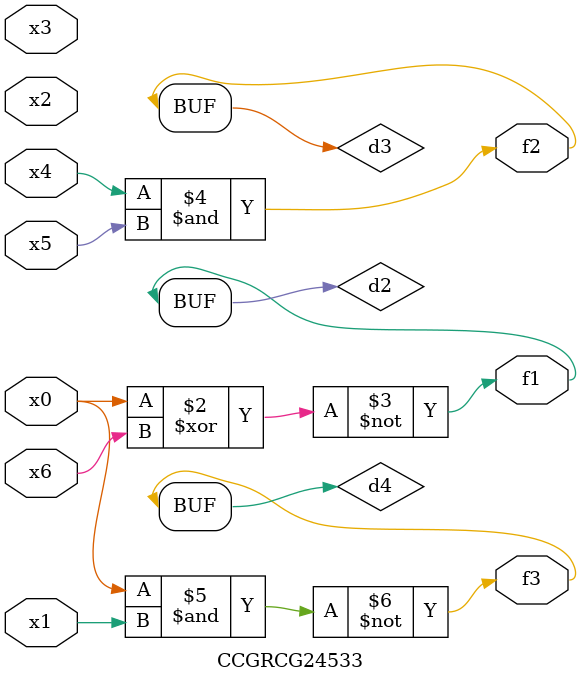
<source format=v>
module CCGRCG24533(
	input x0, x1, x2, x3, x4, x5, x6,
	output f1, f2, f3
);

	wire d1, d2, d3, d4;

	nor (d1, x0);
	xnor (d2, x0, x6);
	and (d3, x4, x5);
	nand (d4, x0, x1);
	assign f1 = d2;
	assign f2 = d3;
	assign f3 = d4;
endmodule

</source>
